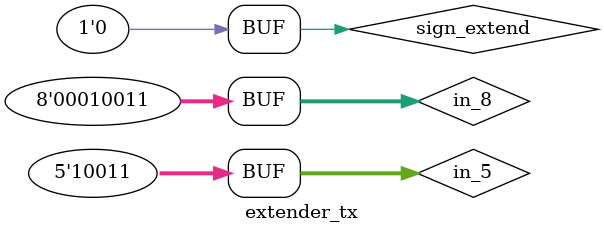
<source format=v>
module extender_tx();

	reg [7:0] in_8;
	reg [4:0] in_5;
	reg sign_extend;
	wire [15:0] out5_16;
	wire [15:0] out8_16;
	
	initial begin
		in_8 = 8'h13;
		in_5 = 5'h13;
		sign_extend = 0;
	end

	extender5to16 extender1(.in(in_5), .sign_extend(sign_extend), .out(out5_16));
	extender8to16 extender2(.in(in_8), .sign_extend(sign_extend), .out(out8_16));

endmodule
</source>
